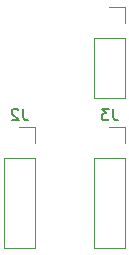
<source format=gbr>
%TF.GenerationSoftware,KiCad,Pcbnew,6.0.11+dfsg-1~bpo11+1*%
%TF.CreationDate,2023-10-28T20:26:38+09:00*%
%TF.ProjectId,pcb-devboard,7063622d-6465-4766-926f-6172642e6b69,rev?*%
%TF.SameCoordinates,Original*%
%TF.FileFunction,Legend,Bot*%
%TF.FilePolarity,Positive*%
%FSLAX46Y46*%
G04 Gerber Fmt 4.6, Leading zero omitted, Abs format (unit mm)*
G04 Created by KiCad (PCBNEW 6.0.11+dfsg-1~bpo11+1) date 2023-10-28 20:26:38*
%MOMM*%
%LPD*%
G01*
G04 APERTURE LIST*
%ADD10C,0.150000*%
%ADD11C,0.120000*%
G04 APERTURE END LIST*
D10*
%TO.C,J2*%
X142573333Y-116502380D02*
X142573333Y-117216666D01*
X142620952Y-117359523D01*
X142716190Y-117454761D01*
X142859047Y-117502380D01*
X142954285Y-117502380D01*
X142144761Y-116597619D02*
X142097142Y-116550000D01*
X142001904Y-116502380D01*
X141763809Y-116502380D01*
X141668571Y-116550000D01*
X141620952Y-116597619D01*
X141573333Y-116692857D01*
X141573333Y-116788095D01*
X141620952Y-116930952D01*
X142192380Y-117502380D01*
X141573333Y-117502380D01*
%TO.C,J3*%
X150193333Y-116502380D02*
X150193333Y-117216666D01*
X150240952Y-117359523D01*
X150336190Y-117454761D01*
X150479047Y-117502380D01*
X150574285Y-117502380D01*
X149812380Y-116502380D02*
X149193333Y-116502380D01*
X149526666Y-116883333D01*
X149383809Y-116883333D01*
X149288571Y-116930952D01*
X149240952Y-116978571D01*
X149193333Y-117073809D01*
X149193333Y-117311904D01*
X149240952Y-117407142D01*
X149288571Y-117454761D01*
X149383809Y-117502380D01*
X149669523Y-117502380D01*
X149764761Y-117454761D01*
X149812380Y-117407142D01*
D11*
%TO.C,J2*%
X143570000Y-119380000D02*
X143570000Y-118050000D01*
X143570000Y-120650000D02*
X140910000Y-120650000D01*
X143570000Y-120650000D02*
X143570000Y-128330000D01*
X143570000Y-118050000D02*
X142240000Y-118050000D01*
X143570000Y-128330000D02*
X140910000Y-128330000D01*
X140910000Y-120650000D02*
X140910000Y-128330000D01*
%TO.C,J3*%
X151190000Y-119380000D02*
X151190000Y-118050000D01*
X151190000Y-128330000D02*
X148530000Y-128330000D01*
X151190000Y-118050000D02*
X149860000Y-118050000D01*
X151190000Y-120650000D02*
X148530000Y-120650000D01*
X148530000Y-120650000D02*
X148530000Y-128330000D01*
X151190000Y-120650000D02*
X151190000Y-128330000D01*
%TO.C,J1*%
X151190000Y-115630000D02*
X148530000Y-115630000D01*
X151190000Y-110490000D02*
X148530000Y-110490000D01*
X151190000Y-107890000D02*
X149860000Y-107890000D01*
X151190000Y-109220000D02*
X151190000Y-107890000D01*
X148530000Y-110490000D02*
X148530000Y-115630000D01*
X151190000Y-110490000D02*
X151190000Y-115630000D01*
%TD*%
M02*

</source>
